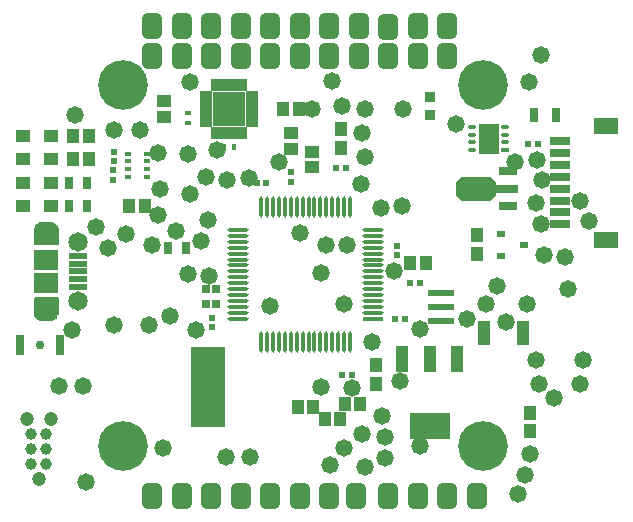
<source format=gts>
G04*
G04 #@! TF.GenerationSoftware,Altium Limited,Altium Designer,23.4.1 (23)*
G04*
G04 Layer_Color=8388736*
%FSLAX44Y44*%
%MOMM*%
G71*
G04*
G04 #@! TF.SameCoordinates,BB448C96-6B98-4BC5-9BA7-9117CF3D6AC6*
G04*
G04*
G04 #@! TF.FilePolarity,Negative*
G04*
G01*
G75*
G04:AMPARAMS|DCode=18|XSize=0.3125mm|YSize=1.7883mm|CornerRadius=0.1562mm|HoleSize=0mm|Usage=FLASHONLY|Rotation=180.000|XOffset=0mm|YOffset=0mm|HoleType=Round|Shape=RoundedRectangle|*
%AMROUNDEDRECTD18*
21,1,0.3125,1.4758,0,0,180.0*
21,1,0.0000,1.7883,0,0,180.0*
1,1,0.3125,0.0000,0.7379*
1,1,0.3125,0.0000,0.7379*
1,1,0.3125,0.0000,-0.7379*
1,1,0.3125,0.0000,-0.7379*
%
%ADD18ROUNDEDRECTD18*%
G04:AMPARAMS|DCode=19|XSize=1.7883mm|YSize=0.3125mm|CornerRadius=0.1562mm|HoleSize=0mm|Usage=FLASHONLY|Rotation=180.000|XOffset=0mm|YOffset=0mm|HoleType=Round|Shape=RoundedRectangle|*
%AMROUNDEDRECTD19*
21,1,1.7883,0.0000,0,0,180.0*
21,1,1.4758,0.3125,0,0,180.0*
1,1,0.3125,-0.7379,0.0000*
1,1,0.3125,0.7379,0.0000*
1,1,0.3125,0.7379,0.0000*
1,1,0.3125,-0.7379,0.0000*
%
%ADD19ROUNDEDRECTD19*%
%ADD20R,1.7883X0.3125*%
%ADD21R,0.5725X0.5682*%
%ADD28R,0.8000X1.7000*%
%ADD33R,2.8400X6.8000*%
%ADD34R,1.0121X1.2084*%
%ADD35R,0.5200X0.5200*%
%ADD36R,0.5200X0.5200*%
%ADD37R,0.7500X1.0000*%
%ADD38R,1.1000X2.0500*%
%ADD43R,1.2500X1.1000*%
%ADD44R,0.5000X0.3500*%
G04:AMPARAMS|DCode=50|XSize=0.7311mm|YSize=0.3025mm|CornerRadius=0.1512mm|HoleSize=0mm|Usage=FLASHONLY|Rotation=180.000|XOffset=0mm|YOffset=0mm|HoleType=Round|Shape=RoundedRectangle|*
%AMROUNDEDRECTD50*
21,1,0.7311,0.0000,0,0,180.0*
21,1,0.4286,0.3025,0,0,180.0*
1,1,0.3025,-0.2143,0.0000*
1,1,0.3025,0.2143,0.0000*
1,1,0.3025,0.2143,0.0000*
1,1,0.3025,-0.2143,0.0000*
%
%ADD50ROUNDEDRECTD50*%
%ADD51R,0.9121X0.9587*%
%ADD52R,0.7000X1.3000*%
%ADD53R,0.5000X0.4000*%
%ADD54R,0.4000X0.5000*%
%ADD55R,0.7311X0.3025*%
%ADD56C,0.7032*%
%ADD57C,0.7032*%
%ADD58C,0.9902*%
%ADD59R,1.0032X1.1532*%
%ADD60R,2.0032X0.8032*%
G04:AMPARAMS|DCode=61|XSize=2.1032mm|YSize=3.4032mm|CornerRadius=0mm|HoleSize=0mm|Usage=FLASHONLY|Rotation=270.000|XOffset=0mm|YOffset=0mm|HoleType=Round|Shape=Octagon|*
%AMOCTAGOND61*
4,1,8,1.7016,0.5258,1.7016,-0.5258,1.1758,-1.0516,-1.1758,-1.0516,-1.7016,-0.5258,-1.7016,0.5258,-1.1758,1.0516,1.1758,1.0516,1.7016,0.5258,0.0*
%
%ADD61OCTAGOND61*%

%ADD62R,1.6032X0.8032*%
%ADD63R,1.5532X0.6032*%
%ADD64R,2.1032X1.7032*%
%ADD65R,1.7532X0.8032*%
%ADD66R,2.0032X1.4032*%
%ADD67R,0.7000X0.6000*%
%ADD68R,1.1032X2.3032*%
%ADD69R,3.4032X2.3032*%
%ADD70R,1.1532X1.0032*%
%ADD71R,1.0532X1.1532*%
%ADD72R,1.1032X1.2532*%
%ADD73R,0.6532X0.6532*%
%ADD74R,1.1532X1.0532*%
%ADD75R,0.5532X1.0032*%
%ADD76R,1.0532X0.5532*%
%ADD77R,2.8032X2.9032*%
%ADD78R,2.2032X0.6032*%
%ADD79R,1.7500X2.5000*%
%ADD80C,1.1942*%
%ADD81C,1.6532*%
%ADD82C,0.7500*%
%ADD83C,4.2032*%
G04:AMPARAMS|DCode=84|XSize=1.7272mm|YSize=2.2032mm|CornerRadius=0.4826mm|HoleSize=0mm|Usage=FLASHONLY|Rotation=0.000|XOffset=0mm|YOffset=0mm|HoleType=Round|Shape=RoundedRectangle|*
%AMROUNDEDRECTD84*
21,1,1.7272,1.2380,0,0,0.0*
21,1,0.7620,2.2032,0,0,0.0*
1,1,0.9652,0.3810,-0.6190*
1,1,0.9652,-0.3810,-0.6190*
1,1,0.9652,-0.3810,0.6190*
1,1,0.9652,0.3810,0.6190*
%
%ADD84ROUNDEDRECTD84*%
%ADD85C,1.4732*%
G36*
X55133Y195510D02*
X55263Y195484D01*
X55390Y195441D01*
X55509Y195382D01*
X55620Y195308D01*
X55720Y195220D01*
X55808Y195120D01*
X55882Y195009D01*
X55941Y194890D01*
X55983Y194764D01*
X56009Y194633D01*
X56018Y194500D01*
Y181500D01*
X56009Y181367D01*
X55983Y181237D01*
X55941Y181110D01*
X55882Y180991D01*
X55808Y180880D01*
X55720Y180780D01*
X55620Y180692D01*
X55509Y180618D01*
X55390Y180559D01*
X55263Y180517D01*
X55133Y180491D01*
X55000Y180482D01*
X51018D01*
Y176500D01*
X51010Y176367D01*
X50984Y176237D01*
X50941Y176111D01*
X50912Y176052D01*
X50882Y175991D01*
X50808Y175881D01*
X50720Y175780D01*
X50720D01*
Y175780D01*
X50620Y175693D01*
X50509Y175619D01*
X50449Y175589D01*
X50390Y175560D01*
X50264Y175517D01*
X50133Y175491D01*
X50000Y175482D01*
X41000Y175482D01*
D01*
X41000D01*
X40867Y175491D01*
X40736Y175517D01*
X40610Y175559D01*
X40551Y175588D01*
X40491Y175618D01*
X40380Y175692D01*
X40280Y175780D01*
Y175780D01*
X40280D01*
X40192Y175880D01*
X40118Y175991D01*
X40088Y176052D01*
X40059Y176110D01*
X40016Y176237D01*
X39990Y176367D01*
X39982Y176500D01*
Y176500D01*
D01*
Y180482D01*
X36000D01*
X35867Y180491D01*
X35736Y180517D01*
X35610Y180559D01*
X35491Y180618D01*
X35380Y180692D01*
X35280Y180780D01*
X35192Y180880D01*
X35118Y180991D01*
X35059Y181110D01*
X35016Y181237D01*
X34990Y181367D01*
X34982Y181500D01*
Y194500D01*
X34990Y194633D01*
X35016Y194764D01*
X35059Y194890D01*
X35118Y195009D01*
X35192Y195120D01*
X35280Y195220D01*
X35380Y195308D01*
X35491Y195382D01*
X35610Y195441D01*
X35736Y195484D01*
X35867Y195510D01*
X36000Y195518D01*
X55000D01*
X55133Y195510D01*
D02*
G37*
G36*
X50133Y259510D02*
X50263Y259484D01*
X50389Y259441D01*
X50448Y259412D01*
X50509Y259382D01*
X50620Y259308D01*
X50720Y259220D01*
Y259220D01*
X50720D01*
X50808Y259120D01*
X50882Y259009D01*
X50911Y258949D01*
X50941Y258890D01*
X50983Y258764D01*
X51009Y258633D01*
X51018Y258500D01*
Y258500D01*
D01*
Y254518D01*
X55000D01*
X55133Y254510D01*
X55263Y254484D01*
X55390Y254441D01*
X55509Y254382D01*
X55620Y254308D01*
X55720Y254220D01*
X55808Y254120D01*
X55882Y254009D01*
X55941Y253890D01*
X55983Y253764D01*
X56009Y253633D01*
X56018Y253500D01*
Y240500D01*
X56009Y240367D01*
X55983Y240237D01*
X55941Y240110D01*
X55882Y239991D01*
X55808Y239880D01*
X55720Y239780D01*
X55620Y239692D01*
X55509Y239618D01*
X55390Y239559D01*
X55263Y239517D01*
X55133Y239491D01*
X55000Y239482D01*
X36000D01*
X35867Y239491D01*
X35736Y239517D01*
X35610Y239559D01*
X35491Y239618D01*
X35380Y239692D01*
X35280Y239780D01*
X35192Y239880D01*
X35118Y239991D01*
X35059Y240110D01*
X35016Y240237D01*
X34990Y240367D01*
X34982Y240500D01*
Y253500D01*
X34990Y253633D01*
X35016Y253764D01*
X35059Y253890D01*
X35118Y254009D01*
X35192Y254120D01*
X35280Y254220D01*
X35380Y254308D01*
X35491Y254382D01*
X35610Y254441D01*
X35736Y254484D01*
X35867Y254510D01*
X36000Y254518D01*
X39982D01*
Y258500D01*
X39990Y258633D01*
X40016Y258763D01*
X40059Y258890D01*
X40088Y258948D01*
X40118Y259009D01*
X40192Y259120D01*
X40280Y259220D01*
X40280D01*
Y259220D01*
X40380Y259308D01*
X40490Y259382D01*
X40551Y259412D01*
X40610Y259441D01*
X40736Y259483D01*
X40867Y259509D01*
X41000Y259518D01*
X50000Y259518D01*
D01*
X50000D01*
X50133Y259510D01*
D02*
G37*
D18*
X292500Y158088D02*
D03*
X287499D02*
D03*
X282500D02*
D03*
X277500D02*
D03*
X272500D02*
D03*
X267500D02*
D03*
X262500D02*
D03*
X257500D02*
D03*
X252500D02*
D03*
X247500D02*
D03*
X242500D02*
D03*
X237500D02*
D03*
X232500D02*
D03*
X227500D02*
D03*
X237500Y271912D02*
D03*
X242500D02*
D03*
X247500D02*
D03*
X252500D02*
D03*
X257500Y271912D02*
D03*
X262500Y271912D02*
D03*
X267500D02*
D03*
X272500D02*
D03*
X277500Y271912D02*
D03*
X282500D02*
D03*
X302500Y271912D02*
D03*
X227500Y271912D02*
D03*
X302500Y158088D02*
D03*
X287500Y271912D02*
D03*
X292500D02*
D03*
X297500Y158088D02*
D03*
X232500Y271912D02*
D03*
X297500Y271912D02*
D03*
D19*
X208088Y187499D02*
D03*
Y192500D02*
D03*
Y197500D02*
D03*
Y202500D02*
D03*
Y207500D02*
D03*
Y212500D02*
D03*
Y217500D02*
D03*
Y222500D02*
D03*
Y227500D02*
D03*
Y232500D02*
D03*
Y237500D02*
D03*
Y242500D02*
D03*
Y247500D02*
D03*
Y252500D02*
D03*
X321912D02*
D03*
Y247500D02*
D03*
Y242500D02*
D03*
Y237500D02*
D03*
Y227499D02*
D03*
Y222500D02*
D03*
Y217500D02*
D03*
Y212500D02*
D03*
X321912Y207500D02*
D03*
X321912Y202500D02*
D03*
Y197500D02*
D03*
Y192500D02*
D03*
Y187500D02*
D03*
Y182500D02*
D03*
X208088Y177500D02*
D03*
Y182500D02*
D03*
X321912Y232499D02*
D03*
D20*
Y177499D02*
D03*
D21*
X252500Y292978D02*
D03*
Y302022D02*
D03*
D28*
X57000Y155000D02*
D03*
X22999D02*
D03*
D33*
X182500Y120000D02*
D03*
D34*
X455000Y98019D02*
D03*
Y81981D02*
D03*
X325000Y138019D02*
D03*
Y121981D02*
D03*
X295000Y338019D02*
D03*
X410000Y231981D02*
D03*
X295000Y321981D02*
D03*
X410000Y248018D02*
D03*
D35*
X342500Y231000D02*
D03*
Y239000D02*
D03*
X101850Y303149D02*
D03*
Y295149D02*
D03*
X185924Y178427D02*
D03*
X102500Y311000D02*
D03*
X185924Y170427D02*
D03*
X102500Y319000D02*
D03*
D36*
X349000Y177500D02*
D03*
X341000D02*
D03*
X453500Y325000D02*
D03*
X461500D02*
D03*
X361500Y207499D02*
D03*
X299000Y305000D02*
D03*
X231501Y292500D02*
D03*
X296000Y130000D02*
D03*
X223501Y292500D02*
D03*
X291000Y305000D02*
D03*
X304000Y130000D02*
D03*
X353500Y207499D02*
D03*
D37*
X65001Y292500D02*
D03*
X80000D02*
D03*
X148591Y237499D02*
D03*
X163591D02*
D03*
X65000Y272500D02*
D03*
X80000D02*
D03*
D38*
X416000Y165000D02*
D03*
X449000D02*
D03*
D43*
X49250Y312500D02*
D03*
X25750D02*
D03*
Y272500D02*
D03*
Y332500D02*
D03*
Y292500D02*
D03*
X49250Y272500D02*
D03*
Y292500D02*
D03*
Y332500D02*
D03*
D44*
X130500Y317250D02*
D03*
Y310750D02*
D03*
Y304250D02*
D03*
Y297750D02*
D03*
X114500D02*
D03*
Y304250D02*
D03*
Y310750D02*
D03*
Y317250D02*
D03*
D50*
X406095Y333251D02*
D03*
X433905Y339750D02*
D03*
X406095Y320250D02*
D03*
Y326750D02*
D03*
Y339750D02*
D03*
X433905Y333251D02*
D03*
Y326750D02*
D03*
D51*
X370000Y350233D02*
D03*
Y364767D02*
D03*
D52*
X477000Y350000D02*
D03*
X458000D02*
D03*
D53*
X165000Y351500D02*
D03*
Y343500D02*
D03*
D54*
X196000Y322500D02*
D03*
X204000D02*
D03*
D55*
X433905Y320250D02*
D03*
D56*
X51276Y183650D02*
G03*
X47709Y182500I-1276J-2150D01*
G01*
X52291D02*
G03*
X51276Y183650I-2291J-1000D01*
G01*
D02*
G03*
X47709Y182500I-1276J-2150D01*
G01*
X52291D02*
G03*
X51276Y183650I-2291J-1000D01*
G01*
Y179350D02*
G03*
X52291Y182500I-1276J2150D01*
G01*
X47500Y181500D02*
G03*
X51276Y179350I2500J0D01*
G01*
D02*
G03*
X52291Y182500I-1276J2150D01*
G01*
X47500Y181500D02*
G03*
X51276Y179350I2500J0D01*
G01*
X40091Y179171D02*
G03*
X40229Y179122I909J2329D01*
G01*
X40091Y179171D02*
G03*
X40229Y179122I909J2329D01*
G01*
X40229Y179122D02*
G03*
X40771Y179011I771J2378D01*
G01*
X40229Y179122D02*
G03*
X40771Y179011I771J2378D01*
G01*
X40229Y179122D02*
G03*
X40771Y179011I771J2378D01*
G01*
X40229Y179122D02*
G03*
X40771Y179011I771J2378D01*
G01*
X40772Y179011D02*
G03*
X41000Y179000I228J2490D01*
G01*
X40772Y179011D02*
G03*
X41000Y179000I228J2490D01*
G01*
X40772Y179011D02*
G03*
X41000Y179000I228J2490D01*
G01*
X40772Y179011D02*
G03*
X41000Y179000I228J2490D01*
G01*
X38709Y180500D02*
G03*
X40090Y179171I2291J1000D01*
G01*
X38709Y180500D02*
G03*
X40090Y179171I2291J1000D01*
G01*
X40091Y179171D02*
G03*
X40229Y179122I909J2329D01*
G01*
X40091Y179171D02*
G03*
X40229Y179122I909J2329D01*
G01*
X38709Y180500D02*
G03*
X40090Y179171I2291J1000D01*
G01*
X38709Y180500D02*
G03*
X40090Y179171I2291J1000D01*
G01*
X41000Y179000D02*
G03*
X42745Y179710I0J2500D01*
G01*
X41000Y179000D02*
G03*
X42745Y179710I0J2500D01*
G01*
X41000Y179000D02*
G03*
X42745Y179710I0J2500D01*
G01*
X41000Y179000D02*
G03*
X42745Y179710I0J2500D01*
G01*
X38511Y181269D02*
G03*
X38511Y181268I2489J231D01*
G01*
X38510Y181271D02*
G03*
X38511Y181269I2490J229D01*
G01*
Y181269D02*
G03*
X38511Y181268I2489J231D01*
G01*
X38510Y181271D02*
G03*
X38511Y181269I2490J229D01*
G01*
X38510Y181271D02*
G03*
X38511Y181269I2490J229D01*
G01*
Y181269D02*
G03*
X38511Y181268I2489J231D01*
G01*
X38511Y181269D02*
G03*
X38511Y181268I2489J231D01*
G01*
X38500Y181500D02*
G03*
X38504Y181362I2500J0D01*
G01*
X38500Y181500D02*
G03*
X38504Y181362I2500J0D01*
G01*
X38504Y181361D02*
G03*
X38510Y181272I2496J139D01*
G01*
X38504Y181362D02*
G03*
X38504Y181361I2496J138D01*
G01*
X38500Y181500D02*
G03*
X38504Y181362I2500J0D01*
G01*
X38500Y181500D02*
G03*
X38504Y181362I2500J0D01*
G01*
X38504Y181361D02*
G03*
X38510Y181272I2496J139D01*
G01*
X38504Y181362D02*
G03*
X38504Y181361I2496J138D01*
G01*
X38510Y181271D02*
G03*
X38511Y181269I2490J229D01*
G01*
X38504Y181361D02*
G03*
X38510Y181272I2496J139D01*
G01*
X38504Y181362D02*
G03*
X38504Y181361I2496J138D01*
G01*
D02*
G03*
X38510Y181272I2496J139D01*
G01*
X38504Y181362D02*
G03*
X38504Y181361I2496J138D01*
G01*
X38616Y180747D02*
G03*
X38671Y180591I2384J753D01*
G01*
X38616Y180747D02*
G03*
X38671Y180591I2384J753D01*
G01*
X38616Y180747D02*
G03*
X38671Y180591I2384J753D01*
G01*
X38574Y180897D02*
G03*
X38616Y180748I2426J603D01*
G01*
X38574Y180897D02*
G03*
X38616Y180748I2426J603D01*
G01*
X38671Y180591D02*
G03*
X38709Y180500I2329J909D01*
G01*
X38671Y180591D02*
G03*
X38709Y180500I2329J909D01*
G01*
X38671Y180591D02*
G03*
X38709Y180500I2329J909D01*
G01*
X38616Y180747D02*
G03*
X38671Y180591I2384J753D01*
G01*
X38671Y180591D02*
G03*
X38709Y180500I2329J909D01*
G01*
X38574Y180897D02*
G03*
X38616Y180748I2426J603D01*
G01*
X38500Y181501D02*
G03*
X38500Y181500I2500J-1D01*
G01*
X38682Y182436D02*
G03*
X38500Y181501I2318J-936D01*
G01*
X38574Y180897D02*
G03*
X38616Y180748I2426J603D01*
G01*
X38500Y181501D02*
G03*
X38500Y181500I2500J-1D01*
G01*
X38682Y182436D02*
G03*
X38500Y181501I2318J-936D01*
G01*
X38709Y182500D02*
G03*
X38682Y182437I2291J-1000D01*
G01*
X38709Y182500D02*
G03*
X38682Y182437I2291J-1000D01*
G01*
X38709Y182500D02*
G03*
X38682Y182437I2291J-1000D01*
G01*
X38709Y182500D02*
G03*
X38682Y182437I2291J-1000D01*
G01*
X42516Y251512D02*
G03*
X43166Y252253I-1516J1988D01*
G01*
X42516Y251512D02*
G03*
X43166Y252253I-1516J1988D01*
G01*
X47709Y182500D02*
G03*
X47572Y182096I2291J-1000D01*
G01*
X47709Y182500D02*
G03*
X47572Y182096I2291J-1000D01*
G01*
X43166Y252253D02*
G03*
X43442Y252964I-2166J1247D01*
G01*
X43166Y252253D02*
G03*
X43442Y252964I-2166J1247D01*
G01*
X43442Y252965D02*
G03*
X43491Y253290I-2442J536D01*
G01*
X43442Y252965D02*
G03*
X43491Y253290I-2442J536D01*
G01*
Y253290D02*
G03*
X43500Y253468I-2491J210D01*
G01*
Y253468D02*
G03*
X43500Y253487I-2500J32D01*
G01*
X43500Y253468D02*
G03*
X43500Y253487I-2500J32D01*
G01*
D02*
G03*
X43500Y253490I-2500J14D01*
G01*
Y253490D02*
Y253491D01*
Y253487D02*
G03*
X43500Y253490I-2500J14D01*
G01*
Y253490D02*
Y253491D01*
Y253491D02*
G03*
X43500Y253495I-2500J9D01*
G01*
X43500Y253491D02*
G03*
X43500Y253495I-2500J9D01*
G01*
X43001Y180002D02*
G03*
X43002Y180003I-2001J1498D01*
G01*
X43001Y180002D02*
G03*
X43002Y180003I-2001J1498D01*
G01*
X38511Y181268D02*
G03*
X38573Y180900I2489J232D01*
G01*
X38511Y181268D02*
G03*
X38573Y180900I2489J232D01*
G01*
X38511Y181268D02*
G03*
X38573Y180900I2489J232D01*
G01*
X38511Y181268D02*
G03*
X38573Y180900I2489J232D01*
G01*
X43291Y182501D02*
G03*
X38709Y182500I-2291J-1001D01*
G01*
X43003Y180004D02*
G03*
X43291Y182500I-2003J1497D01*
G01*
X43291Y182501D02*
G03*
X38709Y182500I-2291J-1001D01*
G01*
X43291Y182501D02*
G03*
X38709Y182500I-2291J-1001D01*
G01*
X43291Y182501D02*
G03*
X38709Y182500I-2291J-1001D01*
G01*
X43003Y180004D02*
G03*
X43291Y182500I-2003J1497D01*
G01*
X43291Y182500D02*
X43291Y182501D01*
X43291Y182500D02*
X43291Y182501D01*
X43500Y253495D02*
G03*
X43500Y253500I-2500J5D01*
G01*
Y253495D02*
G03*
X43500Y253500I-2500J5D01*
G01*
X39894Y251258D02*
G03*
X40093Y251171I1106J2242D01*
G01*
X39894Y251258D02*
G03*
X40093Y251171I1106J2242D01*
G01*
X38870Y252192D02*
G03*
X39894Y251258I2130J1309D01*
G01*
X38500Y253500D02*
G03*
X38870Y252192I2500J0D01*
G01*
X42093Y251252D02*
G03*
X42247Y251334I-1094J2248D01*
G01*
X40093Y251170D02*
G03*
X42093Y251252I907J2330D01*
G01*
X38500Y253500D02*
G03*
X38870Y252192I2500J0D01*
G01*
D02*
G03*
X39894Y251258I2130J1309D01*
G01*
X42093Y251252D02*
G03*
X42247Y251334I-1094J2248D01*
G01*
X42248Y251334D02*
G03*
X42516Y251512I-1248J2166D01*
G01*
X42248Y251334D02*
G03*
X42516Y251512I-1248J2166D01*
G01*
X38573Y180898D02*
X38574Y180898D01*
X38573Y180898D02*
X38574Y180898D01*
X40093Y251170D02*
G03*
X42093Y251252I907J2330D01*
G01*
X43500Y253500D02*
G03*
X38500Y253500I-2500J0D01*
G01*
X42746Y179711D02*
G03*
X42747Y179712I-1746J1789D01*
G01*
X42746Y179711D02*
G03*
X42747Y179712I-1746J1789D01*
G01*
X42747Y179712D02*
G03*
X42810Y179776I-1748J1788D01*
G01*
X42747Y179712D02*
G03*
X42810Y179776I-1748J1788D01*
G01*
X42810Y179776D02*
G03*
X42811Y179777I-1810J1724D01*
G01*
X42810Y179776D02*
G03*
X42811Y179777I-1810J1724D01*
G01*
X47500Y253500D02*
G03*
X49999Y256000I2500J0D01*
G01*
X48325Y255356D02*
G03*
X47500Y253501I1675J-1856D01*
G01*
X48325Y255356D02*
G03*
X47500Y253501I1675J-1856D01*
G01*
X49999Y256000D02*
G03*
X48325Y255356I0J-2500D01*
G01*
X49999Y256000D02*
G03*
X48325Y255356I0J-2500D01*
G01*
X42812Y179778D02*
G03*
X43001Y180002I-1812J1723D01*
G01*
X42812Y179778D02*
G03*
X43001Y180002I-1812J1723D01*
G01*
X47572Y182096D02*
G03*
X47500Y181500I2428J-596D01*
G01*
X47500Y253501D02*
Y253500D01*
Y253500D02*
G03*
X50000Y256000I2500J0D01*
G01*
D57*
X38682Y182436D02*
D03*
D03*
X43500Y253491D02*
D03*
D03*
X38573Y180900D02*
D03*
D03*
X42747Y179712D02*
D03*
D03*
X42745Y179710D02*
D03*
D03*
X48325Y255356D02*
D03*
D03*
X42746Y179711D02*
D03*
D03*
X210000Y345000D02*
D03*
X200000Y355000D02*
D03*
Y345000D02*
D03*
X190000Y355000D02*
D03*
Y345000D02*
D03*
D58*
X45212Y54356D02*
D03*
X32512D02*
D03*
X45212Y67056D02*
D03*
X32512D02*
D03*
X45212Y79756D02*
D03*
X32512D02*
D03*
D59*
X366501Y225000D02*
D03*
X353500D02*
D03*
X293750Y92500D02*
D03*
X281250D02*
D03*
X258500Y102500D02*
D03*
X311250Y105000D02*
D03*
X298751D02*
D03*
X271500Y102500D02*
D03*
D60*
X434499Y287500D02*
D03*
D61*
X409500D02*
D03*
D62*
X436499Y302501D02*
D03*
Y272501D02*
D03*
D63*
X72500Y204500D02*
D03*
Y211000D02*
D03*
Y217500D02*
D03*
Y224000D02*
D03*
Y230500D02*
D03*
D64*
X45500Y207500D02*
D03*
Y227500D02*
D03*
D65*
X480500Y327500D02*
D03*
Y317500D02*
D03*
Y257500D02*
D03*
Y267500D02*
D03*
Y277500D02*
D03*
Y287500D02*
D03*
Y297500D02*
D03*
Y307500D02*
D03*
D66*
X519250Y244500D02*
D03*
Y340500D02*
D03*
D67*
X430000Y249500D02*
D03*
Y230500D02*
D03*
X450000Y240000D02*
D03*
D68*
X393000Y143500D02*
D03*
X370000D02*
D03*
X347000D02*
D03*
D69*
X370000Y86500D02*
D03*
D70*
X270000Y306000D02*
D03*
Y319000D02*
D03*
X145000Y361500D02*
D03*
Y348500D02*
D03*
D71*
X259250Y355000D02*
D03*
X245750D02*
D03*
D72*
X68250Y332500D02*
D03*
X81750D02*
D03*
X115750Y272500D02*
D03*
X129250D02*
D03*
X68250Y312500D02*
D03*
X81750D02*
D03*
D73*
X181000Y190000D02*
D03*
X189000D02*
D03*
X181000Y202500D02*
D03*
X189000D02*
D03*
D74*
X252500Y321500D02*
D03*
Y335000D02*
D03*
D75*
X212500Y375000D02*
D03*
X207500D02*
D03*
X202500D02*
D03*
X197500D02*
D03*
X192500D02*
D03*
X187500D02*
D03*
Y335000D02*
D03*
X192500D02*
D03*
X197500D02*
D03*
X202500D02*
D03*
X207500D02*
D03*
X212500D02*
D03*
D76*
X180250Y367500D02*
D03*
Y362500D02*
D03*
Y357500D02*
D03*
Y352500D02*
D03*
Y347500D02*
D03*
Y342500D02*
D03*
X219750D02*
D03*
Y347500D02*
D03*
Y352500D02*
D03*
Y357500D02*
D03*
Y362500D02*
D03*
Y367500D02*
D03*
D77*
X200000Y355000D02*
D03*
D78*
X380000Y187500D02*
D03*
Y175500D02*
D03*
Y199500D02*
D03*
D79*
X420000Y330000D02*
D03*
D80*
X49022Y92456D02*
D03*
X38862Y41656D02*
D03*
X28702Y92456D02*
D03*
D81*
X72500Y242500D02*
D03*
Y192500D02*
D03*
D82*
X40000Y155000D02*
D03*
D83*
X110000Y70000D02*
D03*
X415000Y375000D02*
D03*
Y70000D02*
D03*
X110000Y375000D02*
D03*
D84*
X385000Y425000D02*
D03*
X385000Y400000D02*
D03*
X360000D02*
D03*
X360000Y425000D02*
D03*
X334999Y424080D02*
D03*
X335000Y400000D02*
D03*
X310000D02*
D03*
X310000Y424999D02*
D03*
X285000D02*
D03*
Y400000D02*
D03*
X260000D02*
D03*
Y424999D02*
D03*
X235000Y425000D02*
D03*
X210000Y400000D02*
D03*
Y424999D02*
D03*
X185000Y425000D02*
D03*
X185000Y400000D02*
D03*
X160000D02*
D03*
Y424999D02*
D03*
X135000Y425000D02*
D03*
Y400000D02*
D03*
X410000Y27500D02*
D03*
X385000D02*
D03*
X360000D02*
D03*
X335000Y27500D02*
D03*
X307500D02*
D03*
X285000D02*
D03*
X260000D02*
D03*
X235000D02*
D03*
X185000D02*
D03*
X160000D02*
D03*
X135000D02*
D03*
X235000Y400000D02*
D03*
X210000Y27500D02*
D03*
D85*
X442500Y310000D02*
D03*
X461017Y311896D02*
D03*
X140000Y265000D02*
D03*
X270000Y355000D02*
D03*
X295933Y357860D02*
D03*
X315000Y355000D02*
D03*
X144456Y68039D02*
D03*
X182403Y261372D02*
D03*
X113097Y249460D02*
D03*
X315575Y314617D02*
D03*
X165080Y214964D02*
D03*
X331780Y77488D02*
D03*
X189967Y320411D02*
D03*
X339743Y217618D02*
D03*
X278178Y215961D02*
D03*
X285889Y53840D02*
D03*
X297260Y67974D02*
D03*
X434610Y174894D02*
D03*
X344553Y125000D02*
D03*
X198199Y294622D02*
D03*
X427140Y204901D02*
D03*
X330000Y95107D02*
D03*
X466594Y230983D02*
D03*
X183501Y213636D02*
D03*
X165147Y317068D02*
D03*
X242471Y310097D02*
D03*
X346371Y272556D02*
D03*
X297644Y190239D02*
D03*
X454982Y62656D02*
D03*
X450670Y45490D02*
D03*
X487500Y202500D02*
D03*
X141834Y286835D02*
D03*
X311717Y291837D02*
D03*
X140360Y317487D02*
D03*
X150000Y180000D02*
D03*
X132500Y172500D02*
D03*
X79459Y39459D02*
D03*
X315640Y51615D02*
D03*
X453964Y378149D02*
D03*
X463908Y401079D02*
D03*
X444529Y28707D02*
D03*
X278140Y119610D02*
D03*
X304267Y118510D02*
D03*
X320986Y157774D02*
D03*
X361950Y168742D02*
D03*
X417500Y190000D02*
D03*
X217190Y296580D02*
D03*
X76725Y120105D02*
D03*
X172500Y167500D02*
D03*
X361816Y69317D02*
D03*
X176224Y242840D02*
D03*
X401890Y177500D02*
D03*
X312500Y80000D02*
D03*
X332425Y59800D02*
D03*
X166994Y283260D02*
D03*
X180776Y297740D02*
D03*
X155241Y251977D02*
D03*
X135000Y240000D02*
D03*
X87500Y255000D02*
D03*
X125000Y337500D02*
D03*
X167500Y377500D02*
D03*
X260000Y250000D02*
D03*
X300199Y239827D02*
D03*
X282500Y240000D02*
D03*
X312500Y335000D02*
D03*
X347500Y355000D02*
D03*
X392500Y342500D02*
D03*
X452150Y189643D02*
D03*
X328639Y270992D02*
D03*
X234991Y188069D02*
D03*
X102500Y172500D02*
D03*
X67225Y167696D02*
D03*
X485000Y230000D02*
D03*
X463860Y257797D02*
D03*
X460015Y275075D02*
D03*
X505000Y260000D02*
D03*
X464873Y294621D02*
D03*
X287500Y379100D02*
D03*
X497500Y277500D02*
D03*
X462484Y122516D02*
D03*
X97500Y237500D02*
D03*
X475000Y110000D02*
D03*
X497500Y122500D02*
D03*
X500000Y142500D02*
D03*
X55957Y120621D02*
D03*
X460000Y142500D02*
D03*
X70000Y350000D02*
D03*
X102500Y337500D02*
D03*
X217500Y60000D02*
D03*
X197500D02*
D03*
M02*

</source>
